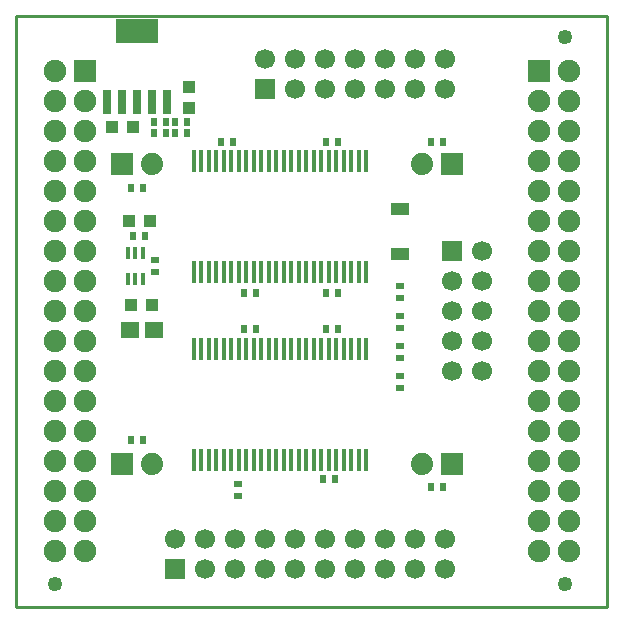
<source format=gbr>
G04 #@! TF.FileFunction,Soldermask,Top*
%FSLAX46Y46*%
G04 Gerber Fmt 4.6, Leading zero omitted, Abs format (unit mm)*
G04 Created by KiCad (PCBNEW 4.0.1-3.201512221401+6198~38~ubuntu15.10.1-stable) date Fri 08 Apr 2016 11:07:14 AM EEST*
%MOMM*%
G01*
G04 APERTURE LIST*
%ADD10C,0.100000*%
%ADD11C,0.254000*%
%ADD12C,1.700000*%
%ADD13R,1.700000X1.700000*%
%ADD14R,0.401600X1.901600*%
%ADD15R,1.117600X1.117600*%
%ADD16R,0.601600X0.651600*%
%ADD17R,0.651600X0.601600*%
%ADD18R,1.851600X1.851600*%
%ADD19C,1.901600*%
%ADD20R,1.625600X1.371600*%
%ADD21C,1.254000*%
%ADD22R,1.501600X1.101600*%
%ADD23R,1.879600X1.879600*%
%ADD24C,1.879600*%
%ADD25R,0.401600X1.101600*%
%ADD26R,0.650000X2.000000*%
%ADD27R,3.600000X2.000000*%
G04 APERTURE END LIST*
D10*
D11*
X125000000Y-120000000D02*
X125000000Y-70000000D01*
X175000000Y-120000000D02*
X125000000Y-120000000D01*
X175000000Y-70000000D02*
X175000000Y-120000000D01*
X125000000Y-70000000D02*
X175000000Y-70000000D01*
D12*
X161290000Y-114300000D03*
X161290000Y-116840000D03*
X156210000Y-116840000D03*
X156210000Y-114300000D03*
X158750000Y-116840000D03*
X158750000Y-114300000D03*
X153670000Y-114300000D03*
X153670000Y-116840000D03*
X151130000Y-114300000D03*
X151130000Y-116840000D03*
D13*
X138430000Y-116840000D03*
D12*
X138430000Y-114300000D03*
X140970000Y-116840000D03*
X140970000Y-114300000D03*
X143510000Y-116840000D03*
X143510000Y-114300000D03*
X146050000Y-116840000D03*
X146050000Y-114300000D03*
X148590000Y-116840000D03*
X148590000Y-114300000D03*
D14*
X140017500Y-98170000D03*
X140652500Y-98170000D03*
X141287500Y-98170000D03*
X141922500Y-98170000D03*
X142557500Y-98170000D03*
X143192500Y-98170000D03*
X143827500Y-98170000D03*
X144462500Y-98170000D03*
X145097500Y-98170000D03*
X145732500Y-98170000D03*
X146367500Y-98170000D03*
X147002500Y-98170000D03*
X147637500Y-98170000D03*
X148272500Y-98170000D03*
X148907500Y-98170000D03*
X149542500Y-98170000D03*
X150177500Y-98170000D03*
X150812500Y-98170000D03*
X151447500Y-98170000D03*
X152082500Y-98170000D03*
X152717500Y-98170000D03*
X153352500Y-98170000D03*
X153987500Y-98170000D03*
X154622500Y-98170000D03*
X154622500Y-107570000D03*
X153987500Y-107570000D03*
X153352500Y-107570000D03*
X152717500Y-107570000D03*
X152082500Y-107570000D03*
X151447500Y-107570000D03*
X150812500Y-107570000D03*
X150177500Y-107570000D03*
X149542500Y-107570000D03*
X148907500Y-107570000D03*
X148272500Y-107570000D03*
X147637500Y-107570000D03*
X147002500Y-107570000D03*
X146367500Y-107570000D03*
X145732500Y-107570000D03*
X145097500Y-107570000D03*
X144462500Y-107570000D03*
X143827500Y-107570000D03*
X143192500Y-107570000D03*
X142557500Y-107570000D03*
X141922500Y-107570000D03*
X141287500Y-107570000D03*
X140652500Y-107570000D03*
X140017500Y-107570000D03*
D15*
X134556500Y-87312500D03*
X136334500Y-87312500D03*
D16*
X145288000Y-93408500D03*
X144272000Y-93408500D03*
X152273000Y-93408500D03*
X151257000Y-93408500D03*
X145288000Y-96456500D03*
X144272000Y-96456500D03*
D17*
X157480000Y-96393000D03*
X157480000Y-95377000D03*
X157480000Y-93853000D03*
X157480000Y-92837000D03*
X157480000Y-98933000D03*
X157480000Y-97917000D03*
X157480000Y-101473000D03*
X157480000Y-100457000D03*
D16*
X136652000Y-78994000D03*
X137668000Y-78994000D03*
X136652000Y-79883000D03*
X137668000Y-79883000D03*
X138430000Y-79883000D03*
X139446000Y-79883000D03*
X134747000Y-105918000D03*
X135763000Y-105918000D03*
X161163000Y-80645000D03*
X160147000Y-80645000D03*
X161163000Y-109855000D03*
X160147000Y-109855000D03*
X134747000Y-84582000D03*
X135763000Y-84582000D03*
X134874000Y-88582500D03*
X135890000Y-88582500D03*
D15*
X134747000Y-94424500D03*
X136525000Y-94424500D03*
X134874000Y-79375000D03*
X133096000Y-79375000D03*
D17*
X136779000Y-90678000D03*
X136779000Y-91694000D03*
D16*
X139446000Y-78994000D03*
X138430000Y-78994000D03*
D17*
X143764000Y-110617000D03*
X143764000Y-109601000D03*
D18*
X130810000Y-74676000D03*
D19*
X128270000Y-74676000D03*
X130810000Y-77216000D03*
X128270000Y-77216000D03*
X130810000Y-79756000D03*
X128270000Y-79756000D03*
X130810000Y-82296000D03*
X128270000Y-82296000D03*
X130810000Y-84836000D03*
X128270000Y-84836000D03*
X128270000Y-87376000D03*
X130810000Y-87376000D03*
X128270000Y-89916000D03*
X130810000Y-89916000D03*
X128270000Y-92456000D03*
X130810000Y-92456000D03*
X128270000Y-94996000D03*
X130810000Y-94996000D03*
X128270000Y-97536000D03*
X130810000Y-97536000D03*
X128270000Y-105156000D03*
X130810000Y-105156000D03*
X128270000Y-115316000D03*
X130810000Y-112776000D03*
X128270000Y-112776000D03*
X130810000Y-115316000D03*
X130810000Y-110236000D03*
X128270000Y-107696000D03*
X128270000Y-110236000D03*
X130810000Y-107696000D03*
X128270000Y-100076000D03*
X128270000Y-102616000D03*
X130810000Y-102616000D03*
X130810000Y-100076000D03*
D18*
X169225000Y-74676000D03*
D19*
X171765000Y-74676000D03*
X169225000Y-77216000D03*
X171765000Y-77216000D03*
X169225000Y-79756000D03*
X171765000Y-79756000D03*
X169225000Y-82296000D03*
X171765000Y-82296000D03*
X169225000Y-84836000D03*
X171765000Y-84836000D03*
X171765000Y-87376000D03*
X169225000Y-87376000D03*
X171765000Y-89916000D03*
X169225000Y-89916000D03*
X171765000Y-92456000D03*
X169225000Y-92456000D03*
X171765000Y-94996000D03*
X169225000Y-94996000D03*
X171765000Y-97536000D03*
X169225000Y-97536000D03*
X171765000Y-105156000D03*
X169225000Y-105156000D03*
X171765000Y-115316000D03*
X169225000Y-112776000D03*
X171765000Y-112776000D03*
X169225000Y-115316000D03*
X169225000Y-110236000D03*
X171765000Y-107696000D03*
X171765000Y-110236000D03*
X169225000Y-107696000D03*
X171765000Y-100076000D03*
X171765000Y-102616000D03*
X169225000Y-102616000D03*
X169225000Y-100076000D03*
D20*
X134620000Y-96583500D03*
X136652000Y-96583500D03*
D21*
X171450000Y-118110000D03*
D15*
X139636500Y-77787500D03*
X139636500Y-76009500D03*
D16*
X152273000Y-80645000D03*
X151257000Y-80645000D03*
X142367000Y-80645000D03*
X143383000Y-80645000D03*
X152019000Y-109220000D03*
X151003000Y-109220000D03*
X152273000Y-96456500D03*
X151257000Y-96456500D03*
D22*
X157480000Y-86365000D03*
X157480000Y-90165000D03*
D23*
X133985000Y-107950000D03*
D24*
X136525000Y-107950000D03*
D23*
X161925000Y-82550000D03*
D24*
X159385000Y-82550000D03*
D23*
X161925000Y-107950000D03*
D24*
X159385000Y-107950000D03*
D23*
X133985000Y-82550000D03*
D24*
X136525000Y-82550000D03*
D12*
X161290000Y-73660000D03*
X161290000Y-76200000D03*
X158750000Y-73660000D03*
X158750000Y-76200000D03*
D13*
X146050000Y-76200000D03*
D12*
X146050000Y-73660000D03*
X148590000Y-76200000D03*
X148590000Y-73660000D03*
X151130000Y-76200000D03*
X151130000Y-73660000D03*
X153670000Y-76200000D03*
X153670000Y-73660000D03*
X156210000Y-76200000D03*
X156210000Y-73660000D03*
D25*
X135714500Y-90022500D03*
X135064500Y-90022500D03*
X134414500Y-90022500D03*
X134414500Y-92222500D03*
X135064500Y-92222500D03*
X135714500Y-92222500D03*
D14*
X154622500Y-91695000D03*
X153987500Y-91695000D03*
X153352500Y-91695000D03*
X152717500Y-91695000D03*
X152082500Y-91695000D03*
X151447500Y-91695000D03*
X150812500Y-91695000D03*
X150177500Y-91695000D03*
X149542500Y-91695000D03*
X148907500Y-91695000D03*
X148272500Y-91695000D03*
X147637500Y-91695000D03*
X147002500Y-91695000D03*
X146367500Y-91695000D03*
X145732500Y-91695000D03*
X145097500Y-91695000D03*
X144462500Y-91695000D03*
X143827500Y-91695000D03*
X143192500Y-91695000D03*
X142557500Y-91695000D03*
X141922500Y-91695000D03*
X141287500Y-91695000D03*
X140652500Y-91695000D03*
X140017500Y-91695000D03*
X140017500Y-82295000D03*
X140652500Y-82295000D03*
X141287500Y-82295000D03*
X141922500Y-82295000D03*
X142557500Y-82295000D03*
X143192500Y-82295000D03*
X143827500Y-82295000D03*
X144462500Y-82295000D03*
X145097500Y-82295000D03*
X145732500Y-82295000D03*
X146367500Y-82295000D03*
X147002500Y-82295000D03*
X147637500Y-82295000D03*
X148272500Y-82295000D03*
X148907500Y-82295000D03*
X149542500Y-82295000D03*
X150177500Y-82295000D03*
X150812500Y-82295000D03*
X151447500Y-82295000D03*
X152082500Y-82295000D03*
X152717500Y-82295000D03*
X153352500Y-82295000D03*
X153987500Y-82295000D03*
X154622500Y-82295000D03*
D13*
X161925000Y-89916000D03*
D12*
X164465000Y-89916000D03*
X161925000Y-92456000D03*
X164465000Y-92456000D03*
X161925000Y-94996000D03*
X164465000Y-94996000D03*
X161925000Y-97536000D03*
X164465000Y-97536000D03*
X161925000Y-100076000D03*
X164465000Y-100076000D03*
D26*
X132715000Y-77295000D03*
X133985000Y-77295000D03*
X135255000Y-77295000D03*
X136525000Y-77295000D03*
X137795000Y-77295000D03*
D27*
X135255000Y-71295000D03*
D21*
X128270000Y-118110000D03*
X171450000Y-71755000D03*
M02*

</source>
